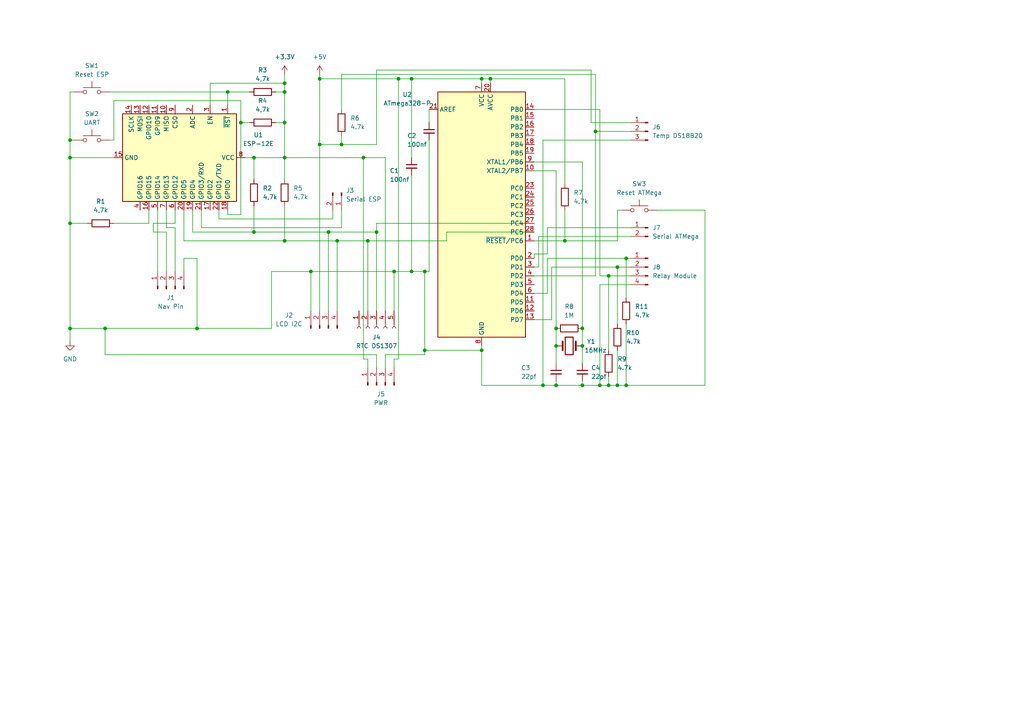
<source format=kicad_sch>
(kicad_sch (version 20211123) (generator eeschema)
  (paper "A4")
  (lib_symbols
    (symbol "Connector:Conn_01x02_Male" (pin_names (offset 1.016) hide)
      (property "Reference" "J" (at 0 2.54 0))
      (property "Value" "Conn_01x02_Male" (at 0 -5.08 0))
      (symbol "Conn_01x02_Male_1_1"
        (polyline (pts (xy 1.27 -2.54) (xy 0.8636 -2.54)) (stroke (width 0.1524)))
        (polyline (pts (xy 1.27 0) (xy 0.8636 0)) (stroke (width 0.1524)))
        (rectangle (start 0.8636 -2.413) (end 0 -2.667) (stroke (width 0.1524)) (fill (type outline)))
        (rectangle (start 0.8636 0.127) (end 0 -0.127) (stroke (width 0.1524)) (fill (type outline)))
        (pin passive line (at 5.08 0 180) (length 3.81) (name "Pin_1") (number "1"))
        (pin passive line (at 5.08 -2.54 180) (length 3.81) (name "Pin_2") (number "2"))
      )
    )
    (symbol "Connector:Conn_01x03_Male" (pin_names (offset 1.016) hide)
      (property "Reference" "J" (at 0 5.08 0))
      (property "Value" "Conn_01x03_Male" (at 0 -5.08 0))
      (symbol "Conn_01x03_Male_1_1"
        (polyline (pts (xy 1.27 -2.54) (xy 0.8636 -2.54)) (stroke (width 0.1524)))
        (polyline (pts (xy 1.27 0) (xy 0.8636 0)) (stroke (width 0.1524)))
        (polyline (pts (xy 1.27 2.54) (xy 0.8636 2.54)) (stroke (width 0.1524)))
        (rectangle (start 0.8636 -2.413) (end 0 -2.667) (stroke (width 0.1524)) (fill (type outline)))
        (rectangle (start 0.8636 0.127) (end 0 -0.127) (stroke (width 0.1524)) (fill (type outline)))
        (rectangle (start 0.8636 2.667) (end 0 2.413) (stroke (width 0.1524)) (fill (type outline)))
        (pin passive line (at 5.08 2.54 180) (length 3.81) (name "Pin_1") (number "1"))
        (pin passive line (at 5.08 0 180) (length 3.81) (name "Pin_2") (number "2"))
        (pin passive line (at 5.08 -2.54 180) (length 3.81) (name "Pin_3") (number "3"))
      )
    )
    (symbol "Connector:Conn_01x04_Male" (pin_names (offset 1.016) hide)
      (property "Reference" "J" (at 0 5.08 0))
      (property "Value" "Conn_01x04_Male" (at 0 -7.62 0))
      (symbol "Conn_01x04_Male_1_1"
        (polyline (pts (xy 1.27 -5.08) (xy 0.8636 -5.08)) (stroke (width 0.1524)))
        (polyline (pts (xy 1.27 -2.54) (xy 0.8636 -2.54)) (stroke (width 0.1524)))
        (polyline (pts (xy 1.27 0) (xy 0.8636 0)) (stroke (width 0.1524)))
        (polyline (pts (xy 1.27 2.54) (xy 0.8636 2.54)) (stroke (width 0.1524)))
        (rectangle (start 0.8636 -4.953) (end 0 -5.207) (stroke (width 0.1524)) (fill (type outline)))
        (rectangle (start 0.8636 -2.413) (end 0 -2.667) (stroke (width 0.1524)) (fill (type outline)))
        (rectangle (start 0.8636 0.127) (end 0 -0.127) (stroke (width 0.1524)) (fill (type outline)))
        (rectangle (start 0.8636 2.667) (end 0 2.413) (stroke (width 0.1524)) (fill (type outline)))
        (pin passive line (at 5.08 2.54 180) (length 3.81) (name "Pin_1") (number "1"))
        (pin passive line (at 5.08 0 180) (length 3.81) (name "Pin_2") (number "2"))
        (pin passive line (at 5.08 -2.54 180) (length 3.81) (name "Pin_3") (number "3"))
        (pin passive line (at 5.08 -5.08 180) (length 3.81) (name "Pin_4") (number "4"))
      )
    )
    (symbol "Connector:Conn_01x05_Female" (pin_names (offset 1.016) hide)
      (property "Reference" "J" (at 0 7.62 0))
      (property "Value" "Conn_01x05_Female" (at 0 -7.62 0))
      (symbol "Conn_01x05_Female_1_1"
        (arc (start 0 -4.572) (mid -0.508 -5.08) (end 0 -5.588) (stroke (width 0.1524)))
        (arc (start 0 -2.032) (mid -0.508 -2.54) (end 0 -3.048) (stroke (width 0.1524)))
        (polyline (pts (xy -1.27 -5.08) (xy -0.508 -5.08)) (stroke (width 0.1524)))
        (polyline (pts (xy -1.27 -2.54) (xy -0.508 -2.54)) (stroke (width 0.1524)))
        (polyline (pts (xy -1.27 0) (xy -0.508 0)) (stroke (width 0.1524)))
        (polyline (pts (xy -1.27 2.54) (xy -0.508 2.54)) (stroke (width 0.1524)))
        (polyline (pts (xy -1.27 5.08) (xy -0.508 5.08)) (stroke (width 0.1524)))
        (arc (start 0 0.508) (mid -0.508 0) (end 0 -0.508) (stroke (width 0.1524)))
        (arc (start 0 3.048) (mid -0.508 2.54) (end 0 2.032) (stroke (width 0.1524)))
        (arc (start 0 5.588) (mid -0.508 5.08) (end 0 4.572) (stroke (width 0.1524)))
        (pin passive line (at -5.08 5.08 0) (length 3.81) (name "Pin_1") (number "1"))
        (pin passive line (at -5.08 2.54 0) (length 3.81) (name "Pin_2") (number "2"))
        (pin passive line (at -5.08 0 0) (length 3.81) (name "Pin_3") (number "3"))
        (pin passive line (at -5.08 -2.54 0) (length 3.81) (name "Pin_4") (number "4"))
        (pin passive line (at -5.08 -5.08 0) (length 3.81) (name "Pin_5") (number "5"))
      )
    )
    (symbol "Device:C_Small" (pin_numbers hide) (pin_names (offset 0.254) hide)
      (property "Reference" "C" (at 0.254 1.778 0))
      (property "Value" "C_Small" (at 0.254 -2.032 0))
      (symbol "C_Small_0_1"
        (polyline (pts (xy -1.524 -0.508) (xy 1.524 -0.508)) (stroke (width 0.3302)))
        (polyline (pts (xy -1.524 0.508) (xy 1.524 0.508)) (stroke (width 0.3048)))
      )
      (symbol "C_Small_1_1"
        (pin passive line (at 0 2.54 270) (length 2.032) (name "~") (number "1"))
        (pin passive line (at 0 -2.54 90) (length 2.032) (name "~") (number "2"))
      )
    )
    (symbol "Device:Crystal" (pin_numbers hide) (pin_names (offset 1.016) hide)
      (property "Reference" "Y" (at 0 3.81 0))
      (property "Value" "Crystal" (at 0 -3.81 0))
      (symbol "Crystal_0_1"
        (rectangle (start -1.143 2.54) (end 1.143 -2.54) (stroke (width 0.3048)))
        (polyline (pts (xy -2.54 0) (xy -1.905 0)))
        (polyline (pts (xy -1.905 -1.27) (xy -1.905 1.27)) (stroke (width 0.508)))
        (polyline (pts (xy 1.905 -1.27) (xy 1.905 1.27)) (stroke (width 0.508)))
        (polyline (pts (xy 2.54 0) (xy 1.905 0)))
      )
      (symbol "Crystal_1_1"
        (pin passive line (at -3.81 0 0) (length 1.27) (name "1") (number "1"))
        (pin passive line (at 3.81 0 180) (length 1.27) (name "2") (number "2"))
      )
    )
    (symbol "Device:R" (pin_numbers hide) (pin_names (offset 0))
      (property "Reference" "R" (at 2.032 0 90))
      (property "Value" "R" (at 0 0 90))
      (symbol "R_0_1"
        (rectangle (start -1.016 -2.54) (end 1.016 2.54) (stroke (width 0.254)))
      )
      (symbol "R_1_1"
        (pin passive line (at 0 3.81 270) (length 1.27) (name "~") (number "1"))
        (pin passive line (at 0 -3.81 90) (length 1.27) (name "~") (number "2"))
      )
    )
    (symbol "MCU_Microchip_ATmega:ATmega328-P"
      (property "Reference" "U" (at -12.7 36.83 0))
      (property "Value" "ATmega328-P" (at 2.54 -36.83 0))
      (symbol "ATmega328-P_0_1"
        (rectangle (start -12.7 -35.56) (end 12.7 35.56) (stroke (width 0.254)) (fill (type background)))
      )
      (symbol "ATmega328-P_1_1"
        (pin bidirectional line (at 15.24 -7.62 180) (length 2.54) (name "~{RESET}/PC6") (number "1"))
        (pin bidirectional line (at 15.24 12.7 180) (length 2.54) (name "XTAL2/PB7") (number "10"))
        (pin bidirectional line (at 15.24 -25.4 180) (length 2.54) (name "PD5") (number "11"))
        (pin bidirectional line (at 15.24 -27.94 180) (length 2.54) (name "PD6") (number "12"))
        (pin bidirectional line (at 15.24 -30.48 180) (length 2.54) (name "PD7") (number "13"))
        (pin bidirectional line (at 15.24 30.48 180) (length 2.54) (name "PB0") (number "14"))
        (pin bidirectional line (at 15.24 27.94 180) (length 2.54) (name "PB1") (number "15"))
        (pin bidirectional line (at 15.24 25.4 180) (length 2.54) (name "PB2") (number "16"))
        (pin bidirectional line (at 15.24 22.86 180) (length 2.54) (name "PB3") (number "17"))
        (pin bidirectional line (at 15.24 20.32 180) (length 2.54) (name "PB4") (number "18"))
        (pin bidirectional line (at 15.24 17.78 180) (length 2.54) (name "PB5") (number "19"))
        (pin bidirectional line (at 15.24 -12.7 180) (length 2.54) (name "PD0") (number "2"))
        (pin power_in line (at 2.54 38.1 270) (length 2.54) (name "AVCC") (number "20"))
        (pin passive line (at -15.24 30.48 0) (length 2.54) (name "AREF") (number "21"))
        (pin passive line (at 0 -38.1 90) (length 2.54) hide (name "GND") (number "22"))
        (pin bidirectional line (at 15.24 7.62 180) (length 2.54) (name "PC0") (number "23"))
        (pin bidirectional line (at 15.24 5.08 180) (length 2.54) (name "PC1") (number "24"))
        (pin bidirectional line (at 15.24 2.54 180) (length 2.54) (name "PC2") (number "25"))
        (pin bidirectional line (at 15.24 0 180) (length 2.54) (name "PC3") (number "26"))
        (pin bidirectional line (at 15.24 -2.54 180) (length 2.54) (name "PC4") (number "27"))
        (pin bidirectional line (at 15.24 -5.08 180) (length 2.54) (name "PC5") (number "28"))
        (pin bidirectional line (at 15.24 -15.24 180) (length 2.54) (name "PD1") (number "3"))
        (pin bidirectional line (at 15.24 -17.78 180) (length 2.54) (name "PD2") (number "4"))
        (pin bidirectional line (at 15.24 -20.32 180) (length 2.54) (name "PD3") (number "5"))
        (pin bidirectional line (at 15.24 -22.86 180) (length 2.54) (name "PD4") (number "6"))
        (pin power_in line (at 0 38.1 270) (length 2.54) (name "VCC") (number "7"))
        (pin power_in line (at 0 -38.1 90) (length 2.54) (name "GND") (number "8"))
        (pin bidirectional line (at 15.24 15.24 180) (length 2.54) (name "XTAL1/PB6") (number "9"))
      )
    )
    (symbol "RF_Module:ESP-12E"
      (property "Reference" "U" (at -12.7 19.05 0))
      (property "Value" "ESP-12E" (at 12.7 19.05 0))
      (symbol "ESP-12E_0_1"
        (rectangle (start -12.7 17.78) (end 12.7 -15.24) (stroke (width 0.254)) (fill (type background)))
      )
      (symbol "ESP-12E_1_1"
        (pin input line (at -15.24 15.24 0) (length 2.54) (name "~{RST}") (number "1"))
        (pin bidirectional line (at -15.24 -2.54 0) (length 2.54) (name "MISO") (number "10"))
        (pin bidirectional line (at -15.24 -5.08 0) (length 2.54) (name "GPIO9") (number "11"))
        (pin bidirectional line (at -15.24 -7.62 0) (length 2.54) (name "GPIO10") (number "12"))
        (pin bidirectional line (at -15.24 -10.16 0) (length 2.54) (name "MOSI") (number "13"))
        (pin bidirectional line (at -15.24 -12.7 0) (length 2.54) (name "SCLK") (number "14"))
        (pin power_in line (at 0 -17.78 90) (length 2.54) (name "GND") (number "15"))
        (pin bidirectional line (at 15.24 -7.62 180) (length 2.54) (name "GPIO15") (number "16"))
        (pin bidirectional line (at 15.24 10.16 180) (length 2.54) (name "GPIO2") (number "17"))
        (pin bidirectional line (at 15.24 15.24 180) (length 2.54) (name "GPIO0") (number "18"))
        (pin bidirectional line (at 15.24 5.08 180) (length 2.54) (name "GPIO4") (number "19"))
        (pin input line (at -15.24 5.08 0) (length 2.54) (name "ADC") (number "2"))
        (pin bidirectional line (at 15.24 2.54 180) (length 2.54) (name "GPIO5") (number "20"))
        (pin bidirectional line (at 15.24 7.62 180) (length 2.54) (name "GPIO3/RXD") (number "21"))
        (pin bidirectional line (at 15.24 12.7 180) (length 2.54) (name "GPIO1/TXD") (number "22"))
        (pin input line (at -15.24 10.16 0) (length 2.54) (name "EN") (number "3"))
        (pin bidirectional line (at 15.24 -10.16 180) (length 2.54) (name "GPIO16") (number "4"))
        (pin bidirectional line (at 15.24 -5.08 180) (length 2.54) (name "GPIO14") (number "5"))
        (pin bidirectional line (at 15.24 0 180) (length 2.54) (name "GPIO12") (number "6"))
        (pin bidirectional line (at 15.24 -2.54 180) (length 2.54) (name "GPIO13") (number "7"))
        (pin power_in line (at 0 20.32 270) (length 2.54) (name "VCC") (number "8"))
        (pin input line (at -15.24 0 0) (length 2.54) (name "CS0") (number "9"))
      )
    )
    (symbol "Switch:SW_Push" (pin_numbers hide) (pin_names (offset 1.016) hide)
      (property "Reference" "SW" (at 1.27 2.54 0))
      (property "Value" "SW_Push" (at 0 -1.524 0))
      (symbol "SW_Push_0_1"
        (circle (center -2.032 0) (radius 0.508))
        (polyline (pts (xy 0 1.27) (xy 0 3.048)))
        (polyline (pts (xy 2.54 1.27) (xy -2.54 1.27)))
        (circle (center 2.032 0) (radius 0.508))
        (pin passive line (at -5.08 0 0) (length 2.54) (name "1") (number "1"))
        (pin passive line (at 5.08 0 180) (length 2.54) (name "2") (number "2"))
      )
    )
    (symbol "power:+3.3V" (power) (pin_names (offset 0))
      (property "Value" "+3.3V" (at 0 3.556 0))
      (symbol "+3.3V_0_1"
        (polyline (pts (xy -0.762 1.27) (xy 0 2.54)))
        (polyline (pts (xy 0 0) (xy 0 2.54)))
        (polyline (pts (xy 0 2.54) (xy 0.762 1.27)))
      )
      (symbol "+3.3V_1_1"
        (pin power_in line (at 0 0 90) (length 0) hide (name "+3.3V") (number "1"))
      )
    )
    (symbol "power:+5V" (power) (pin_names (offset 0))
      (property "Value" "+5V" (at 0 3.556 0))
      (symbol "+5V_0_1"
        (polyline (pts (xy -0.762 1.27) (xy 0 2.54)))
        (polyline (pts (xy 0 0) (xy 0 2.54)))
        (polyline (pts (xy 0 2.54) (xy 0.762 1.27)))
      )
      (symbol "+5V_1_1"
        (pin power_in line (at 0 0 90) (length 0) hide (name "+5V") (number "1"))
      )
    )
    (symbol "power:GND" (power) (pin_names (offset 0))
      (property "Value" "GND" (at 0 -3.81 0))
      (symbol "GND_0_1"
        (polyline (pts (xy 0 0) (xy 0 -1.27) (xy 1.27 -1.27) (xy 0 -2.54) (xy -1.27 -1.27) (xy 0 -1.27)))
      )
      (symbol "GND_1_1"
        (pin power_in line (at 0 0 270) (length 0) hide (name "GND") (number "1"))
      )
    )
  )
  (junction (at 92.71 22.86))
  (junction (at 139.7 101.6))
  (junction (at 20.32 45.72))
  (junction (at 172.72 38.1))
  (junction (at 109.22 67.31))
  (junction (at 168.91 111.76))
  (junction (at 119.38 22.86))
  (junction (at 99.06 41.91))
  (junction (at 163.83 69.85))
  (junction (at 30.48 95.25))
  (junction (at 161.29 111.76))
  (junction (at 168.91 95.25))
  (junction (at 139.7 22.86))
  (junction (at 179.07 77.47))
  (junction (at 20.32 64.77))
  (junction (at 105.41 45.72))
  (junction (at 176.53 111.76))
  (junction (at 115.57 22.86))
  (junction (at 157.48 111.76))
  (junction (at 73.66 45.72))
  (junction (at 95.25 67.31))
  (junction (at 73.66 67.31))
  (junction (at 82.55 26.67))
  (junction (at 142.24 22.86))
  (junction (at 57.15 95.25))
  (junction (at 20.32 95.25))
  (junction (at 69.85 35.56))
  (junction (at 181.61 74.93))
  (junction (at 82.55 45.72))
  (junction (at 176.53 80.01))
  (junction (at 106.68 69.85))
  (junction (at 161.29 100.33))
  (junction (at 66.04 26.67))
  (junction (at 123.19 78.74))
  (junction (at 20.32 40.64))
  (junction (at 179.07 111.76))
  (junction (at 92.71 41.91))
  (junction (at 97.79 69.85))
  (junction (at 119.38 78.74))
  (junction (at 82.55 35.56))
  (junction (at 173.99 111.76))
  (junction (at 123.19 101.6))
  (junction (at 161.29 95.25))
  (junction (at 90.17 78.74))
  (junction (at 168.91 100.33))
  (junction (at 82.55 69.85))
  (junction (at 181.61 111.76))
  (junction (at 114.3 78.74))
  (junction (at 82.55 24.13))
  (wire (pts (xy 142.24 24.13) (xy 142.24 22.86)))
  (wire (pts (xy 73.66 45.72) (xy 73.66 52.07)))
  (wire (pts (xy 99.06 31.75) (xy 99.06 21.59)))
  (wire (pts (xy 109.22 41.91) (xy 109.22 20.32)))
  (wire (pts (xy 181.61 74.93) (xy 158.75 74.93)))
  (wire (pts (xy 30.48 95.25) (xy 30.48 102.87)))
  (wire (pts (xy 60.96 24.13) (xy 82.55 24.13)))
  (wire (pts (xy 111.76 106.68) (xy 111.76 102.87)))
  (wire (pts (xy 45.72 60.96) (xy 45.72 78.74)))
  (wire (pts (xy 82.55 26.67) (xy 82.55 35.56)))
  (wire (pts (xy 114.3 78.74) (xy 119.38 78.74)))
  (wire (pts (xy 204.47 111.76) (xy 181.61 111.76)))
  (wire (pts (xy 161.29 111.76) (xy 157.48 111.76)))
  (wire (pts (xy 154.94 46.99) (xy 168.91 46.99)))
  (wire (pts (xy 82.55 24.13) (xy 82.55 26.67)))
  (wire (pts (xy 160.02 77.47) (xy 160.02 92.71)))
  (wire (pts (xy 20.32 95.25) (xy 20.32 64.77)))
  (wire (pts (xy 73.66 67.31) (xy 95.25 67.31)))
  (wire (pts (xy 57.15 74.93) (xy 57.15 95.25)))
  (wire (pts (xy 182.88 40.64) (xy 157.48 40.64)))
  (wire (pts (xy 158.75 66.04) (xy 182.88 66.04)))
  (wire (pts (xy 82.55 35.56) (xy 82.55 45.72)))
  (wire (pts (xy 109.22 106.68) (xy 109.22 102.87)))
  (wire (pts (xy 58.42 60.96) (xy 58.42 66.04)))
  (wire (pts (xy 139.7 111.76) (xy 139.7 101.6)))
  (wire (pts (xy 33.02 29.21) (xy 33.02 40.64)))
  (wire (pts (xy 82.55 59.69) (xy 82.55 69.85)))
  (wire (pts (xy 182.88 74.93) (xy 181.61 74.93)))
  (wire (pts (xy 168.91 110.49) (xy 168.91 111.76)))
  (wire (pts (xy 154.94 77.47) (xy 156.21 77.47)))
  (wire (pts (xy 82.55 69.85) (xy 97.79 69.85)))
  (wire (pts (xy 182.88 35.56) (xy 171.45 35.56)))
  (wire (pts (xy 92.71 21.59) (xy 92.71 22.86)))
  (wire (pts (xy 171.45 35.56) (xy 171.45 20.32)))
  (wire (pts (xy 66.04 26.67) (xy 72.39 26.67)))
  (wire (pts (xy 21.59 26.67) (xy 20.32 26.67)))
  (wire (pts (xy 20.32 26.67) (xy 20.32 40.64)))
  (wire (pts (xy 176.53 80.01) (xy 176.53 101.6)))
  (wire (pts (xy 168.91 46.99) (xy 168.91 95.25)))
  (wire (pts (xy 55.88 67.31) (xy 73.66 67.31)))
  (wire (pts (xy 123.19 78.74) (xy 123.19 101.6)))
  (wire (pts (xy 66.04 62.23) (xy 66.04 60.96)))
  (wire (pts (xy 172.72 21.59) (xy 172.72 38.1)))
  (wire (pts (xy 119.38 78.74) (xy 123.19 78.74)))
  (wire (pts (xy 142.24 22.86) (xy 139.7 22.86)))
  (wire (pts (xy 96.52 60.96) (xy 96.52 63.5)))
  (wire (pts (xy 163.83 60.96) (xy 163.83 69.85)))
  (wire (pts (xy 172.72 38.1) (xy 182.88 38.1)))
  (wire (pts (xy 156.21 77.47) (xy 156.21 68.58)))
  (wire (pts (xy 129.54 69.85) (xy 106.68 69.85)))
  (wire (pts (xy 25.4 64.77) (xy 20.32 64.77)))
  (wire (pts (xy 179.07 69.85) (xy 179.07 60.96)))
  (wire (pts (xy 53.34 69.85) (xy 82.55 69.85)))
  (wire (pts (xy 173.99 82.55) (xy 173.99 111.76)))
  (wire (pts (xy 123.19 101.6) (xy 139.7 101.6)))
  (wire (pts (xy 163.83 22.86) (xy 142.24 22.86)))
  (wire (pts (xy 124.46 78.74) (xy 123.19 78.74)))
  (wire (pts (xy 92.71 22.86) (xy 115.57 22.86)))
  (wire (pts (xy 82.55 21.59) (xy 82.55 24.13)))
  (wire (pts (xy 182.88 77.47) (xy 179.07 77.47)))
  (wire (pts (xy 179.07 111.76) (xy 176.53 111.76)))
  (wire (pts (xy 204.47 60.96) (xy 204.47 111.76)))
  (wire (pts (xy 99.06 41.91) (xy 109.22 41.91)))
  (wire (pts (xy 43.18 60.96) (xy 43.18 64.77)))
  (wire (pts (xy 69.85 29.21) (xy 33.02 29.21)))
  (wire (pts (xy 163.83 53.34) (xy 163.83 22.86)))
  (wire (pts (xy 73.66 59.69) (xy 73.66 67.31)))
  (wire (pts (xy 48.26 67.31) (xy 44.45 67.31)))
  (wire (pts (xy 114.3 104.14) (xy 115.57 104.14)))
  (wire (pts (xy 157.48 40.64) (xy 157.48 111.76)))
  (wire (pts (xy 78.74 95.25) (xy 78.74 78.74)))
  (wire (pts (xy 158.75 74.93) (xy 158.75 85.09)))
  (wire (pts (xy 179.07 77.47) (xy 179.07 93.98)))
  (wire (pts (xy 63.5 63.5) (xy 96.52 63.5)))
  (wire (pts (xy 154.94 49.53) (xy 161.29 49.53)))
  (wire (pts (xy 99.06 60.96) (xy 99.06 66.04)))
  (wire (pts (xy 171.45 20.32) (xy 109.22 20.32)))
  (wire (pts (xy 157.48 111.76) (xy 139.7 111.76)))
  (wire (pts (xy 55.88 60.96) (xy 55.88 67.31)))
  (wire (pts (xy 66.04 26.67) (xy 66.04 30.48)))
  (wire (pts (xy 20.32 40.64) (xy 21.59 40.64)))
  (wire (pts (xy 124.46 40.64) (xy 124.46 78.74)))
  (wire (pts (xy 115.57 22.86) (xy 119.38 22.86)))
  (wire (pts (xy 168.91 111.76) (xy 161.29 111.76)))
  (wire (pts (xy 161.29 110.49) (xy 161.29 111.76)))
  (wire (pts (xy 50.8 66.04) (xy 50.8 78.74)))
  (wire (pts (xy 97.79 69.85) (xy 106.68 69.85)))
  (wire (pts (xy 111.76 102.87) (xy 123.19 102.87)))
  (wire (pts (xy 181.61 74.93) (xy 181.61 86.36)))
  (wire (pts (xy 160.02 92.71) (xy 154.94 92.71)))
  (wire (pts (xy 63.5 60.96) (xy 63.5 63.5)))
  (wire (pts (xy 139.7 22.86) (xy 119.38 22.86)))
  (wire (pts (xy 69.85 62.23) (xy 66.04 62.23)))
  (wire (pts (xy 73.66 45.72) (xy 82.55 45.72)))
  (wire (pts (xy 176.53 109.22) (xy 176.53 111.76)))
  (wire (pts (xy 105.41 45.72) (xy 105.41 104.14)))
  (wire (pts (xy 82.55 45.72) (xy 105.41 45.72)))
  (wire (pts (xy 106.68 69.85) (xy 106.68 90.17)))
  (wire (pts (xy 106.68 104.14) (xy 105.41 104.14)))
  (wire (pts (xy 158.75 85.09) (xy 154.94 85.09)))
  (wire (pts (xy 53.34 74.93) (xy 57.15 74.93)))
  (wire (pts (xy 109.22 102.87) (xy 30.48 102.87)))
  (wire (pts (xy 154.94 67.31) (xy 129.54 67.31)))
  (wire (pts (xy 48.26 78.74) (xy 48.26 67.31)))
  (wire (pts (xy 181.61 111.76) (xy 179.07 111.76)))
  (wire (pts (xy 92.71 22.86) (xy 92.71 41.91)))
  (wire (pts (xy 48.26 60.96) (xy 48.26 66.04)))
  (wire (pts (xy 172.72 80.01) (xy 172.72 38.1)))
  (wire (pts (xy 111.76 45.72) (xy 111.76 90.17)))
  (wire (pts (xy 168.91 95.25) (xy 168.91 100.33)))
  (wire (pts (xy 139.7 101.6) (xy 139.7 100.33)))
  (wire (pts (xy 161.29 95.25) (xy 161.29 100.33)))
  (wire (pts (xy 99.06 41.91) (xy 92.71 41.91)))
  (wire (pts (xy 20.32 64.77) (xy 20.32 45.72)))
  (wire (pts (xy 50.8 64.77) (xy 50.8 60.96)))
  (wire (pts (xy 99.06 39.37) (xy 99.06 41.91)))
  (wire (pts (xy 31.75 26.67) (xy 66.04 26.67)))
  (wire (pts (xy 69.85 62.23) (xy 69.85 35.56)))
  (wire (pts (xy 161.29 49.53) (xy 161.29 95.25)))
  (wire (pts (xy 154.94 73.66) (xy 158.75 73.66)))
  (wire (pts (xy 154.94 31.75) (xy 173.99 31.75)))
  (wire (pts (xy 31.75 40.64) (xy 33.02 40.64)))
  (wire (pts (xy 95.25 67.31) (xy 109.22 67.31)))
  (wire (pts (xy 176.53 111.76) (xy 173.99 111.76)))
  (wire (pts (xy 123.19 102.87) (xy 123.19 101.6)))
  (wire (pts (xy 105.41 45.72) (xy 111.76 45.72)))
  (wire (pts (xy 119.38 22.86) (xy 119.38 45.72)))
  (wire (pts (xy 90.17 78.74) (xy 114.3 78.74)))
  (wire (pts (xy 60.96 30.48) (xy 60.96 24.13)))
  (wire (pts (xy 44.45 67.31) (xy 44.45 64.77)))
  (wire (pts (xy 119.38 50.8) (xy 119.38 78.74)))
  (wire (pts (xy 115.57 22.86) (xy 115.57 104.14)))
  (wire (pts (xy 179.07 101.6) (xy 179.07 111.76)))
  (wire (pts (xy 109.22 67.31) (xy 109.22 90.17)))
  (wire (pts (xy 53.34 78.74) (xy 53.34 74.93)))
  (wire (pts (xy 53.34 60.96) (xy 53.34 69.85)))
  (wire (pts (xy 80.01 26.67) (xy 82.55 26.67)))
  (wire (pts (xy 114.3 78.74) (xy 114.3 90.17)))
  (wire (pts (xy 161.29 100.33) (xy 161.29 105.41)))
  (wire (pts (xy 179.07 60.96) (xy 180.34 60.96)))
  (wire (pts (xy 20.32 40.64) (xy 20.32 45.72)))
  (wire (pts (xy 69.85 35.56) (xy 72.39 35.56)))
  (wire (pts (xy 182.88 82.55) (xy 173.99 82.55)))
  (wire (pts (xy 95.25 67.31) (xy 95.25 90.17)))
  (wire (pts (xy 168.91 100.33) (xy 168.91 105.41)))
  (wire (pts (xy 190.5 60.96) (xy 204.47 60.96)))
  (wire (pts (xy 124.46 31.75) (xy 124.46 35.56)))
  (wire (pts (xy 139.7 24.13) (xy 139.7 22.86)))
  (wire (pts (xy 97.79 69.85) (xy 97.79 90.17)))
  (wire (pts (xy 181.61 93.98) (xy 181.61 111.76)))
  (wire (pts (xy 90.17 78.74) (xy 90.17 90.17)))
  (wire (pts (xy 106.68 106.68) (xy 106.68 104.14)))
  (wire (pts (xy 114.3 106.68) (xy 114.3 104.14)))
  (wire (pts (xy 173.99 80.01) (xy 176.53 80.01)))
  (wire (pts (xy 78.74 78.74) (xy 90.17 78.74)))
  (wire (pts (xy 173.99 111.76) (xy 168.91 111.76)))
  (wire (pts (xy 158.75 73.66) (xy 158.75 66.04)))
  (wire (pts (xy 82.55 45.72) (xy 82.55 52.07)))
  (wire (pts (xy 173.99 31.75) (xy 173.99 80.01)))
  (wire (pts (xy 156.21 68.58) (xy 182.88 68.58)))
  (wire (pts (xy 109.22 64.77) (xy 109.22 67.31)))
  (wire (pts (xy 43.18 64.77) (xy 33.02 64.77)))
  (wire (pts (xy 154.94 80.01) (xy 172.72 80.01)))
  (wire (pts (xy 179.07 77.47) (xy 160.02 77.47)))
  (wire (pts (xy 71.12 45.72) (xy 73.66 45.72)))
  (wire (pts (xy 99.06 21.59) (xy 172.72 21.59)))
  (wire (pts (xy 57.15 95.25) (xy 78.74 95.25)))
  (wire (pts (xy 163.83 69.85) (xy 179.07 69.85)))
  (wire (pts (xy 154.94 69.85) (xy 163.83 69.85)))
  (wire (pts (xy 92.71 41.91) (xy 92.71 90.17)))
  (wire (pts (xy 30.48 95.25) (xy 57.15 95.25)))
  (wire (pts (xy 20.32 95.25) (xy 30.48 95.25)))
  (wire (pts (xy 176.53 80.01) (xy 182.88 80.01)))
  (wire (pts (xy 99.06 66.04) (xy 58.42 66.04)))
  (wire (pts (xy 44.45 64.77) (xy 50.8 64.77)))
  (wire (pts (xy 129.54 67.31) (xy 129.54 69.85)))
  (wire (pts (xy 48.26 66.04) (xy 50.8 66.04)))
  (wire (pts (xy 69.85 35.56) (xy 69.85 29.21)))
  (wire (pts (xy 154.94 64.77) (xy 109.22 64.77)))
  (wire (pts (xy 80.01 35.56) (xy 82.55 35.56)))
  (wire (pts (xy 20.32 45.72) (xy 33.02 45.72)))
  (wire (pts (xy 154.94 74.93) (xy 154.94 73.66)))
  (wire (pts (xy 20.32 95.25) (xy 20.32 99.06)))
  (symbol (lib_id "power:GND") (at 20.32 99.06 0) (unit 1)
    (property "Reference" "#PWR01" (effects hide))
    (property "Value" "GND" (at 20.32 104.14 0))
  )
  (symbol (lib_id "power:+3.3V") (at 82.55 21.59 0) (unit 1)
    (property "Reference" "#PWR02" (effects hide))
    (property "Value" "+3.3V" (at 82.55 16.51 0))
  )
  (symbol (lib_id "Device:R") (at 99.06 35.56 0) (unit 1)
    (property "Reference" "R6" (at 101.6 34.2899 0) (effects (justify left)))
    (property "Value" "4.7k" (at 101.6 36.8299 0) (effects (justify left)))
    (property "Footprint" "Resistor_THT:R_Axial_DIN0207_L6.3mm_D2.5mm_P7.62mm_Horizontal" (effects hide))
  )
  (symbol (lib_id "RF_Module:ESP-12E") (at 50.8 45.72 270) (unit 1)
    (property "Reference" "U1" (at 74.93 39.1412 90))
    (property "Value" "ESP-12E" (at 74.93 41.6812 90))
    (property "Footprint" "RF_Module:ESP-12E" (effects hide))
    (property "Datasheet" "http://wiki.ai-thinker.com/_media/esp8266/esp8266_series_modules_user_manual_v1.1.pdf" (effects hide))
  )
  (symbol (lib_id "Connector:Conn_01x02_Male") (at 187.96 66.04 0) (mirror y) (unit 1)
    (property "Reference" "J7" (at 189.23 66.0399 0) (effects (justify right)))
    (property "Value" "Serial ATMega" (at 189.23 68.5799 0) (effects (justify right)))
    (property "Footprint" "Connector_PinHeader_2.54mm:PinHeader_1x02_P2.54mm_Vertical" (effects hide))
  )
  (symbol (lib_id "power:+5V") (at 92.71 21.59 0) (unit 1)
    (property "Reference" "#PWR03" (effects hide))
    (property "Value" "+5V" (at 92.71 16.51 0))
  )
  (symbol (lib_id "Device:Crystal") (at 165.1 100.33 0) (unit 1)
    (property "Reference" "Y1" (at 171.45 99.06 0))
    (property "Value" "16MHz" (at 172.72 101.6 0))
    (property "Footprint" "Crystal:Crystal_HC49-U_Vertical" (effects hide))
  )
  (symbol (lib_id "Switch:SW_Push") (at 26.67 26.67 0) (unit 1)
    (property "Reference" "SW1" (at 26.67 19.05 0))
    (property "Value" "Reset ESP" (at 26.67 21.59 0))
    (property "Footprint" "Button_Switch_THT:SW_PUSH_6mm" (effects hide))
  )
  (symbol (lib_id "Device:C_Small") (at 161.29 107.95 0) (unit 1)
    (property "Reference" "C3" (at 151.13 106.68 0) (effects (justify left)))
    (property "Value" "22pf" (at 151.13 109.22 0) (effects (justify left)))
    (property "Footprint" "Capacitor_THT:C_Disc_D4.3mm_W1.9mm_P5.00mm" (effects hide))
  )
  (symbol (lib_id "Device:C_Small") (at 119.38 48.26 0) (unit 1)
    (property "Reference" "C1" (at 113.03 49.53 0) (effects (justify left)))
    (property "Value" "100nf" (at 113.03 52.07 0) (effects (justify left)))
    (property "Footprint" "Capacitor_THT:C_Disc_D4.3mm_W1.9mm_P5.00mm" (effects hide))
  )
  (symbol (lib_id "Device:R") (at 82.55 55.88 0) (unit 1)
    (property "Reference" "R5" (at 85.09 54.6099 0) (effects (justify left)))
    (property "Value" "4.7k" (at 85.09 57.1499 0) (effects (justify left)))
    (property "Footprint" "Resistor_THT:R_Axial_DIN0207_L6.3mm_D2.5mm_P7.62mm_Horizontal" (effects hide))
  )
  (symbol (lib_id "MCU_Microchip_ATmega:ATmega328-P") (at 139.7 62.23 0) (unit 1)
    (property "Reference" "U2" (at 118.11 27.4193 0))
    (property "Value" "ATmega328-P" (at 118.11 29.9593 0))
    (property "Footprint" "Package_DIP:DIP-28_W7.62mm" (effects hide))
    (property "Datasheet" "http://ww1.microchip.com/downloads/en/DeviceDoc/ATmega328_P%20AVR%20MCU%20with%20picoPower%20Technology%20Data%20Sheet%2040001984A.pdf" (effects hide))
  )
  (symbol (lib_id "Connector:Conn_01x05_Female") (at 109.22 95.25 90) (mirror x) (unit 1)
    (property "Reference" "J4" (at 109.22 97.79 90))
    (property "Value" "RTC DS1307" (at 109.22 100.33 90))
    (property "Footprint" "Connector_PinSocket_2.54mm:PinSocket_1x05_P2.54mm_Vertical" (effects hide))
  )
  (symbol (lib_id "Device:R") (at 76.2 26.67 270) (unit 1)
    (property "Reference" "R3" (at 76.2 20.32 90))
    (property "Value" "4,7k" (at 76.2 22.86 90))
    (property "Footprint" "Resistor_THT:R_Axial_DIN0207_L6.3mm_D2.5mm_P7.62mm_Horizontal" (effects hide))
  )
  (symbol (lib_id "Connector:Conn_01x04_Male") (at 48.26 83.82 90) (unit 1)
    (property "Reference" "J1" (at 49.53 86.36 90))
    (property "Value" "Nav Pin" (at 49.53 88.9 90))
    (property "Footprint" "Connector_PinHeader_2.54mm:PinHeader_1x04_P2.54mm_Vertical" (effects hide))
  )
  (symbol (lib_id "Connector:Conn_01x02_Male") (at 99.06 55.88 270) (unit 1)
    (property "Reference" "J3" (at 100.33 55.2449 90) (effects (justify left)))
    (property "Value" "Serial ESP" (at 100.33 57.7849 90) (effects (justify left)))
    (property "Footprint" "Connector_PinHeader_2.54mm:PinHeader_1x02_P2.54mm_Vertical" (effects hide))
  )
  (symbol (lib_id "Connector:Conn_01x03_Male") (at 187.96 38.1 0) (mirror y) (unit 1)
    (property "Reference" "J6" (at 189.23 36.8299 0) (effects (justify right)))
    (property "Value" "Temp DS18B20" (at 189.23 39.3699 0) (effects (justify right)))
    (property "Footprint" "Connector_PinHeader_2.54mm:PinHeader_1x03_P2.54mm_Vertical" (effects hide))
  )
  (symbol (lib_id "Device:R") (at 163.83 57.15 0) (unit 1)
    (property "Reference" "R7" (at 166.37 55.8799 0) (effects (justify left)))
    (property "Value" "4.7k" (at 166.37 58.4199 0) (effects (justify left)))
    (property "Footprint" "Resistor_THT:R_Axial_DIN0207_L6.3mm_D2.5mm_P7.62mm_Horizontal" (effects hide))
  )
  (symbol (lib_id "Device:C_Small") (at 124.46 38.1 0) (unit 1)
    (property "Reference" "C2" (at 118.11 39.37 0) (effects (justify left)))
    (property "Value" "100nf" (at 118.11 41.91 0) (effects (justify left)))
    (property "Footprint" "Capacitor_THT:C_Disc_D4.3mm_W1.9mm_P5.00mm" (effects hide))
  )
  (symbol (lib_id "Device:R") (at 29.21 64.77 270) (unit 1)
    (property "Reference" "R1" (at 29.21 58.42 90))
    (property "Value" "4,7k" (at 29.21 60.96 90))
    (property "Footprint" "Resistor_THT:R_Axial_DIN0207_L6.3mm_D2.5mm_P7.62mm_Horizontal" (effects hide))
  )
  (symbol (lib_id "Connector:Conn_01x04_Male") (at 92.71 95.25 90) (unit 1)
    (property "Reference" "J2" (at 83.82 91.44 90))
    (property "Value" "LCD I2C" (at 83.82 93.98 90))
    (property "Footprint" "Connector_PinHeader_2.54mm:PinHeader_1x04_P2.54mm_Vertical" (effects hide))
  )
  (symbol (lib_id "Device:R") (at 165.1 95.25 270) (unit 1)
    (property "Reference" "R8" (at 165.1 88.9 90))
    (property "Value" "1M" (at 165.1 91.44 90))
    (property "Footprint" "Resistor_THT:R_Axial_DIN0207_L6.3mm_D2.5mm_P7.62mm_Horizontal" (effects hide))
  )
  (symbol (lib_id "Switch:SW_Push") (at 26.67 40.64 0) (unit 1)
    (property "Reference" "SW2" (at 26.67 33.02 0))
    (property "Value" "UART" (at 26.67 35.56 0))
    (property "Footprint" "Button_Switch_THT:SW_PUSH_6mm" (effects hide))
  )
  (symbol (lib_id "Device:R") (at 181.61 90.17 0) (unit 1)
    (property "Reference" "R11" (at 184.15 88.8999 0) (effects (justify left)))
    (property "Value" "4.7k" (at 184.15 91.4399 0) (effects (justify left)))
    (property "Footprint" "Resistor_THT:R_Axial_DIN0207_L6.3mm_D2.5mm_P7.62mm_Horizontal" (effects hide))
  )
  (symbol (lib_id "Device:R") (at 73.66 55.88 0) (unit 1)
    (property "Reference" "R2" (at 76.2 54.6099 0) (effects (justify left)))
    (property "Value" "4,7k" (at 76.2 57.1499 0) (effects (justify left)))
    (property "Footprint" "Resistor_THT:R_Axial_DIN0207_L6.3mm_D2.5mm_P7.62mm_Horizontal" (effects hide))
  )
  (symbol (lib_id "Device:R") (at 76.2 35.56 270) (unit 1)
    (property "Reference" "R4" (at 76.2 29.21 90))
    (property "Value" "4,7k" (at 76.2 31.75 90))
    (property "Footprint" "Resistor_THT:R_Axial_DIN0207_L6.3mm_D2.5mm_P7.62mm_Horizontal" (effects hide))
  )
  (symbol (lib_id "Connector:Conn_01x04_Male") (at 187.96 77.47 0) (mirror y) (unit 1)
    (property "Reference" "J8" (at 189.23 77.4699 0) (effects (justify right)))
    (property "Value" "Relay Module" (at 189.23 80.0099 0) (effects (justify right)))
    (property "Footprint" "Connector_PinHeader_2.54mm:PinHeader_1x04_P2.54mm_Vertical" (effects hide))
  )
  (symbol (lib_id "Switch:SW_Push") (at 185.42 60.96 0) (mirror y) (unit 1)
    (property "Reference" "SW3" (at 185.42 53.34 0))
    (property "Value" "Reset ATMega" (at 185.42 55.88 0))
    (property "Footprint" "Button_Switch_THT:SW_PUSH_6mm" (effects hide))
  )
  (symbol (lib_id "Connector:Conn_01x04_Male") (at 109.22 111.76 90) (unit 1)
    (property "Reference" "J5" (at 110.49 114.3 90))
    (property "Value" "PWR" (at 110.49 116.84 90))
    (property "Footprint" "Connector_PinHeader_2.54mm:PinHeader_1x04_P2.54mm_Vertical" (effects hide))
  )
  (symbol (lib_id "Device:R") (at 176.53 105.41 0) (unit 1)
    (property "Reference" "R9" (at 179.07 104.1399 0) (effects (justify left)))
    (property "Value" "4.7k" (at 179.07 106.6799 0) (effects (justify left)))
    (property "Footprint" "Resistor_THT:R_Axial_DIN0207_L6.3mm_D2.5mm_P7.62mm_Horizontal" (effects hide))
  )
  (symbol (lib_id "Device:R") (at 179.07 97.79 0) (unit 1)
    (property "Reference" "R10" (at 181.61 96.5199 0) (effects (justify left)))
    (property "Value" "4.7k" (at 181.61 99.0599 0) (effects (justify left)))
    (property "Footprint" "Resistor_THT:R_Axial_DIN0207_L6.3mm_D2.5mm_P7.62mm_Horizontal" (effects hide))
  )
  (symbol (lib_id "Device:C_Small") (at 168.91 107.95 0) (unit 1)
    (property "Reference" "C4" (at 171.45 106.6862 0) (effects (justify left)))
    (property "Value" "22pf" (at 171.45 109.2262 0) (effects (justify left)))
    (property "Footprint" "Capacitor_THT:C_Disc_D4.3mm_W1.9mm_P5.00mm" (effects hide))
  )
)
</source>
